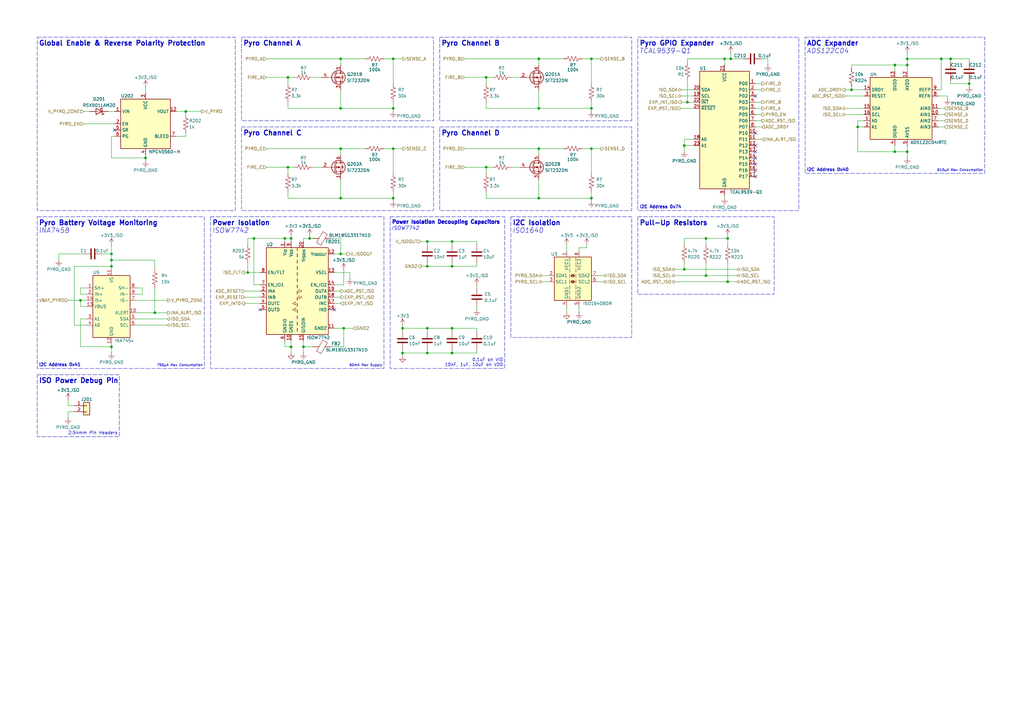
<source format=kicad_sch>
(kicad_sch (version 20231120) (generator "eeschema") (generator_version "8.0")
  (paper "A3")
  (title_block (title "MIDAS Pyro Circuitry MK2.1") (date "2025-01-16") (rev "B") (company "Illinois Space Society") (comment 3 "Samuel Wang, Ajay Nagi Reddy Kumdam, Arnav Goyal, Thomas McManamen") (comment 4 "Contributors: Dylan Gasaway, Jackie Li, Linus Mitchell, Lucas Lessard, Rithik Mehta, "))
  (lib_symbols
    (symbol "+3V3_1" (power) (pin_numbers hide) (pin_names (offset 0) hide)
      (property "Value" "+3V3_ISO" (at 0 4.445 0))
      (symbol "+3V3_1_1_1"
        (pin power_in line (at 0 0 90) (length 0) (name "~") (number "1"))
      )
    )
    (symbol "Analog_ADC_Texas:ADS122C04IRTE"
      (property "Reference" "U" (at -12.7 13.335 0))
      (property "Value" "ADS122C04IRTE" (at 5.08 -15.24 0))
      (symbol "ADS122C04IRTE_0_0"
        (pin power_in line (at 2.54 15.24 270) (length 2.54) (name "AVDD") (number "12"))
        (pin power_in line (at -2.54 15.24 270) (length 2.54) (name "DVDD") (number "13"))
        (pin output line (at -15.24 7.62 0) (length 2.54) (name "DRDY") (number "14"))
        (pin bidirectional line (at -15.24 0 0) (length 2.54) (name "SDA") (number "15"))
        (pin input line (at -15.24 -2.54 0) (length 2.54) (name "SCL") (number "16"))
        (pin input line (at -15.24 5.08 0) (length 2.54) (name "RESET") (number "3"))
        (pin power_in line (at -2.54 -15.24 90) (length 2.54) (name "DGND") (number "4"))
        (pin power_in line (at 2.54 -15.24 90) (length 2.54) (name "AVSS") (number "5"))
      )
      (symbol "ADS122C04IRTE_1_0"
        (pin input line (at -15.24 -5.08 0) (length 2.54) (name "A0") (number "1"))
        (pin input line (at 15.24 -2.54 180) (length 2.54) (name "AIN1") (number "10"))
        (pin input line (at 15.24 0 180) (length 2.54) (name "AIN0") (number "11"))
        (pin input line (at -15.24 -7.62 0) (length 2.54) (name "A1") (number "2"))
        (pin input line (at 15.24 -7.62 180) (length 2.54) (name "AIN3") (number "6"))
        (pin input line (at 15.24 -5.08 180) (length 2.54) (name "AIN2") (number "7"))
        (pin input line (at 15.24 5.08 180) (length 2.54) (name "REFN") (number "8"))
        (pin input line (at 15.24 7.62 180) (length 2.54) (name "REFP") (number "9"))
      )
      (symbol "ADS122C04IRTE_1_1"
        (pin passive line (at 2.54 -15.24 90) (length 2.54) hide (name "EP") (number "17"))
      )
    )
    (symbol "Connector_Generic:Conn_01x02" (pin_names (offset 1.016) hide)
      (property "Reference" "J" (at 0 2.54 0))
      (property "Value" "Conn_01x02" (at 0 -5.08 0))
      (symbol "Conn_01x02_1_1"
        (pin passive line (at -5.08 0 0) (length 3.81) (name "Pin_1") (number "1"))
        (pin passive line (at -5.08 -2.54 0) (length 3.81) (name "Pin_2") (number "2"))
      )
    )
    (symbol "Device:C" (pin_numbers hide) (pin_names (offset 0.254))
      (property "Reference" "C" (at 0.635 2.54 0))
      (property "Value" "C" (at 0.635 -2.54 0))
      (symbol "C_1_1"
        (pin passive line (at 0 3.81 270) (length 2.794) (name "~") (number "1"))
        (pin passive line (at 0 -3.81 90) (length 2.794) (name "~") (number "2"))
      )
    )
    (symbol "Device:D_Schottky" (pin_numbers hide) (pin_names (offset 1.016) hide)
      (property "Reference" "D" (at 0 2.54 0))
      (property "Value" "D_Schottky" (at 0 -2.54 0))
      (symbol "D_Schottky_1_1"
        (pin passive line (at -3.81 0 0) (length 2.54) (name "K") (number "1"))
        (pin passive line (at 3.81 0 180) (length 2.54) (name "A") (number "2"))
      )
    )
    (symbol "Device:FerriteBead" (pin_numbers hide) (pin_names (offset 0))
      (property "Reference" "FB" (at -3.81 0.635 90))
      (property "Value" "FerriteBead" (at 3.81 0 90))
      (symbol "FerriteBead_1_1"
        (pin passive line (at 0 3.81 270) (length 2.54) (name "~") (number "1"))
        (pin passive line (at 0 -3.81 90) (length 2.54) (name "~") (number "2"))
      )
    )
    (symbol "Device:R_US" (pin_numbers hide) (pin_names (offset 0))
      (property "Reference" "R" (at 2.54 0 90))
      (property "Value" "R_US" (at -2.54 0 90))
      (symbol "R_US_1_1"
        (pin passive line (at 0 3.81 270) (length 1.27) (name "~") (number "1"))
        (pin passive line (at 0 -3.81 90) (length 1.27) (name "~") (number "2"))
      )
    )
    (symbol "Interface_Expander_Texas:TCAL9539-Q1"
      (property "Reference" "U" (at -10.16 24.13 0))
      (property "Value" "TCAL9539-Q1" (at 10.16 24.765 0))
      (symbol "TCAL9539-Q1_1_1"
        (pin bidirectional line (at 12.7 17.78 180) (length 2.54) (name "P00") (number "1"))
        (pin bidirectional line (at 12.7 -2.54 180) (length 2.54) (name "P10") (number "10"))
        (pin bidirectional line (at 12.7 -5.08 180) (length 2.54) (name "P11") (number "11"))
        (pin bidirectional line (at 12.7 -7.62 180) (length 2.54) (name "P12") (number "12"))
        (pin bidirectional line (at 12.7 -10.16 180) (length 2.54) (name "P13") (number "13"))
        (pin bidirectional line (at 12.7 -12.7 180) (length 2.54) (name "P14") (number "14"))
        (pin bidirectional line (at 12.7 -15.24 180) (length 2.54) (name "P15") (number "15"))
        (pin bidirectional line (at 12.7 -17.78 180) (length 2.54) (name "P16") (number "16"))
        (pin bidirectional line (at 12.7 -20.32 180) (length 2.54) (name "P17") (number "17"))
        (pin input line (at -12.7 -5.08 0) (length 2.54) (name "A0") (number "18"))
        (pin input line (at -12.7 12.7 0) (length 2.54) (name "SCL") (number "19"))
        (pin bidirectional line (at 12.7 15.24 180) (length 2.54) (name "P01") (number "2"))
        (pin bidirectional line (at -12.7 15.24 0) (length 2.54) (name "SDA") (number "20"))
        (pin power_in line (at 0 25.4 270) (length 2.54) (name "VCC") (number "21"))
        (pin output line (at -12.7 10.16 0) (length 2.54) (name "~{INT}") (number "22"))
        (pin input line (at -12.7 -7.62 0) (length 2.54) (name "A1") (number "23"))
        (pin input line (at -12.7 7.62 0) (length 2.54) (name "~{RESET}") (number "24"))
        (pin passive line (at 0 -27.94 90) (length 2.54) hide (name "GND") (number "25"))
        (pin bidirectional line (at 12.7 12.7 180) (length 2.54) (name "P02") (number "3"))
        (pin input line (at 12.7 10.16 180) (length 2.54) (name "P03") (number "4"))
        (pin bidirectional line (at 12.7 7.62 180) (length 2.54) (name "P04") (number "5"))
        (pin bidirectional line (at 12.7 5.08 180) (length 2.54) (name "P05") (number "6"))
        (pin bidirectional line (at 12.7 2.54 180) (length 2.54) (name "P06") (number "7"))
        (pin bidirectional line (at 12.7 0 180) (length 2.54) (name "P07") (number "8"))
        (pin power_in line (at 0 -27.94 90) (length 2.54) (name "GND") (number "9"))
      )
    )
    (symbol "Isolator:ISOW7742"
      (property "Reference" "U" (at -10.16 19.05 0))
      (property "Value" "ISOW7742" (at 3.81 19.05 0))
      (symbol "ISOW7742_1_1"
        (pin power_in line (at -5.08 20.32 270) (length 2.54) (name "V_{IO}") (number "1"))
        (pin power_in line (at -2.54 -20.32 90) (length 2.54) (name "GND1") (number "10"))
        (pin power_out line (at 15.24 -15.24 180) (length 2.54) (name "GND2") (number "11"))
        (pin power_out line (at 15.24 15.24 180) (length 2.54) (name "V_{ISOOUT}") (number "12"))
        (pin input line (at 15.24 7.62 180) (length 2.54) (name "VSEL") (number "13"))
        (pin input line (at 15.24 2.54 180) (length 2.54) (name "EN_IO2") (number "14"))
        (pin power_in line (at 2.54 -20.32 90) (length 2.54) (name "GISOIN") (number "15"))
        (pin input line (at 15.24 -7.62 180) (length 2.54) (name "IND") (number "16"))
        (pin input line (at 15.24 -5.08 180) (length 2.54) (name "INC") (number "17"))
        (pin output line (at 15.24 -2.54 180) (length 2.54) (name "OUTB") (number "18"))
        (pin output line (at 15.24 0 180) (length 2.54) (name "OUTA") (number "19"))
        (pin input line (at -15.24 0 0) (length 2.54) (name "INA") (number "2"))
        (pin power_in line (at 2.54 20.32 270) (length 2.54) (name "V_{ISOIN}") (number "20"))
        (pin input line (at -15.24 -2.54 0) (length 2.54) (name "INB") (number "3"))
        (pin output line (at -15.24 -5.08 0) (length 2.54) (name "OUTC") (number "4"))
        (pin output line (at -15.24 -7.62 0) (length 2.54) (name "OUTD") (number "5"))
        (pin power_in line (at -5.08 -20.32 90) (length 2.54) (name "GNDIO") (number "6"))
        (pin input line (at -15.24 2.54 0) (length 2.54) (name "EN_IO1") (number "7"))
        (pin bidirectional line (at -15.24 7.62 0) (length 2.54) (name "EN/FLT") (number "8"))
        (pin power_in line (at -2.54 20.32 270) (length 2.54) (name "V_{DD}") (number "9"))
      )
    )
    (symbol "Isolator_Texas:ISO1640BDR"
      (property "Reference" "U" (at -7.62 10.16 0))
      (property "Value" "ISO1640BDR" (at 10.16 -10.16 0))
      (symbol "ISO1640BDR_1_1"
        (pin power_in line (at -2.54 11.43 270) (length 2.54) (name "VCC1") (number "1"))
        (pin bidirectional line (at -10.16 1.27 0) (length 2.54) (name "SDA1") (number "2"))
        (pin bidirectional line (at -10.16 -1.27 0) (length 2.54) (name "SCL1") (number "3"))
        (pin power_in line (at -2.54 -11.43 90) (length 2.54) (name "GND1") (number "4"))
        (pin power_in line (at 2.54 -11.43 90) (length 2.54) (name "GND2") (number "5"))
        (pin bidirectional line (at 10.16 -1.27 180) (length 2.54) (name "SCL2") (number "6"))
        (pin bidirectional line (at 10.16 1.27 180) (length 2.54) (name "SDA2") (number "7"))
        (pin power_in line (at 2.54 11.43 270) (length 2.54) (name "VCC2") (number "8"))
      )
    )
    (symbol "Power_Management:NPC45560-H"
      (property "Reference" "U1" (at 2.1941 -12.7 0))
      (property "Value" "NPC45560-H" (at 2.1941 -15.24 0))
      (symbol "NPC45560-H_1_1"
        (pin power_in line (at -12.7 5.08 0) (length 2.54) (name "VIN") (number "1"))
        (pin passive line (at 12.7 5.08 180) (length 2.54) hide (name "VOUT") (number "10"))
        (pin passive line (at 12.7 5.08 180) (length 2.54) hide (name "VOUT") (number "11"))
        (pin power_out line (at 12.7 5.08 180) (length 2.54) (name "VOUT") (number "12"))
        (pin passive line (at -12.7 5.08 0) (length 2.54) hide (name "VIN") (number "13"))
        (pin input line (at -12.7 0 0) (length 2.54) (name "EN") (number "2"))
        (pin power_in line (at 0 12.7 270) (length 2.54) (name "VCC") (number "3"))
        (pin power_in line (at 0 -12.7 90) (length 2.54) (name "GND") (number "4"))
        (pin input line (at -12.7 -2.54 0) (length 2.54) (name "SR") (number "5"))
        (pin open_collector line (at -12.7 -5.08 0) (length 2.54) (name "PG") (number "6"))
        (pin input line (at 12.7 -5.08 180) (length 2.54) (name "BLEED") (number "7"))
        (pin passive line (at 12.7 5.08 180) (length 2.54) hide (name "VOUT") (number "8"))
        (pin passive line (at 12.7 5.08 180) (length 2.54) hide (name "VOUT") (number "9"))
      )
    )
    (symbol "Sensor_Power_Texas:INA745x"
      (property "Reference" "U" (at -7.112 13.97 0))
      (property "Value" "INA745x" (at 5.08 -13.97 0))
      (symbol "INA745x_1_1"
        (pin output line (at -10.16 7.62 0) (length 2.54) (name "SH+") (number "1"))
        (pin output line (at 10.16 -2.54 180) (length 2.54) (name "ALERT") (number "10"))
        (pin power_in line (at 0 15.24 270) (length 2.54) (name "VS") (number "11"))
        (pin power_out line (at 0 -15.24 90) (length 2.54) (name "GND") (number "12"))
        (pin input line (at -10.16 0 0) (length 2.54) (name "VBUS") (number "13"))
        (pin input line (at -10.16 2.54 0) (length 2.54) (name "IS+") (number "14"))
        (pin input line (at -10.16 5.08 0) (length 2.54) (name "IN+") (number "2"))
        (pin input line (at -10.16 -5.08 0) (length 2.54) (name "A1") (number "3"))
        (pin input line (at -10.16 -7.62 0) (length 2.54) (name "A0") (number "4"))
        (pin bidirectional line (at 10.16 -5.08 180) (length 2.54) (name "SDA") (number "5"))
        (pin input line (at 10.16 -7.62 180) (length 2.54) (name "SCL") (number "6"))
        (pin input line (at 10.16 2.54 180) (length 2.54) (name "IS-") (number "7"))
        (pin output line (at 10.16 7.62 180) (length 2.54) (name "SH-") (number "8"))
        (pin input line (at 10.16 5.08 180) (length 2.54) (name "IN-") (number "9"))
      )
    )
    (symbol "Transistor_FET_Vishay:Si7232DN" (pin_names hide)
      (property "Reference" "Q" (at 2.54 -1.27 0))
      (property "Value" "Si7232DN" (at 2.54 1.27 0))
      (symbol "Si7232DN_1_0"
        (pin passive line (at 0 -5.08 90) (length 2.54) (name "S1") (number "1"))
        (pin input line (at -7.62 0 0) (length 2.54) (name "G1") (number "2"))
        (pin passive line (at 0 5.08 270) (length 2.54) (name "D1") (number "6"))
      )
      (symbol "Si7232DN_2_0"
        (pin passive line (at 0 -5.08 90) (length 2.54) (name "S2") (number "3"))
        (pin input line (at -7.62 0 0) (length 2.54) (name "G2") (number "4"))
        (pin passive line (at 0 5.08 270) (length 2.54) (name "D2") (number "5"))
      )
    )
    (symbol "power:+3V3" (power) (pin_names (offset 0))
      (property "Value" "+3V3" (at 0 3.556 0))
      (symbol "+3V3_1_1"
        (pin power_in line (at 0 0 90) (length 0) hide (name "+3V3") (number "1"))
      )
    )
    (symbol "power:Earth" (power) (pin_numbers hide) (pin_names (offset 0) hide)
      (property "Value" "Earth" (at 0 -3.81 0))
      (symbol "Earth_1_1"
        (pin power_in line (at 0 0 270) (length 0) (name "~") (number "1"))
      )
    )
    (symbol "power:GND" (power) (pin_names (offset 0))
      (property "Value" "GND" (at 0 -3.81 0))
      (symbol "GND_1_1"
        (pin power_in line (at 0 0 270) (length 0) hide (name "GND") (number "1"))
      )
    )
  )
  (junction (at 165.1 144.78))
  (junction (at 45.72 104.14))
  (junction (at 118.11 31.75))
  (junction (at 242.57 24.13))
  (junction (at 175.26 144.78))
  (junction (at 372.11 62.23))
  (junction (at 242.57 44.45))
  (junction (at 161.29 60.96))
  (junction (at 220.98 24.13))
  (junction (at 63.5 128.27))
  (junction (at 185.42 144.78))
  (junction (at 161.29 44.45))
  (junction (at 139.7 24.13))
  (junction (at 175.26 109.22))
  (junction (at 289.56 113.03))
  (junction (at 386.08 24.13))
  (junction (at 118.11 68.58))
  (junction (at 119.38 97.79))
  (junction (at 220.98 44.45))
  (junction (at 367.03 62.23))
  (junction (at 161.29 81.28))
  (junction (at 367.03 26.67))
  (junction (at 139.7 81.28))
  (junction (at 33.02 123.19))
  (junction (at 298.45 97.79))
  (junction (at 165.1 134.62))
  (junction (at 175.26 99.06))
  (junction (at 349.25 36.83))
  (junction (at 351.79 52.07))
  (junction (at 298.45 115.57))
  (junction (at 220.98 81.28))
  (junction (at 372.11 24.13))
  (junction (at 116.84 97.79))
  (junction (at 185.42 134.62))
  (junction (at 175.26 134.62))
  (junction (at 199.39 31.75))
  (junction (at 299.72 24.13))
  (junction (at 281.94 41.91))
  (junction (at 372.11 26.67))
  (junction (at 45.72 142.24))
  (junction (at 199.39 68.58))
  (junction (at 104.14 97.79))
  (junction (at 45.72 109.22))
  (junction (at 45.72 106.68))
  (junction (at 185.42 109.22))
  (junction (at 297.18 24.13))
  (junction (at 127 97.79))
  (junction (at 242.57 81.28))
  (junction (at 389.89 24.13))
  (junction (at 139.7 104.14))
  (junction (at 280.67 59.69))
  (junction (at 242.57 60.96))
  (junction (at 119.38 142.24))
  (junction (at 161.29 24.13))
  (junction (at 139.7 44.45))
  (junction (at 139.7 60.96))
  (junction (at 185.42 99.06))
  (junction (at 397.51 34.29))
  (junction (at 124.46 142.24))
  (junction (at 280.67 110.49))
  (junction (at 289.56 97.79))
  (junction (at 59.69 64.77))
  (junction (at 220.98 60.96))
  (junction (at 140.97 134.62))
  (junction (at 76.2 45.72))
  (junction (at 101.6 111.76))
  (no_connect (at 309.88 62.23))
  (no_connect (at 309.88 39.37))
  (no_connect (at 309.88 72.39))
  (no_connect (at 309.88 64.77))
  (no_connect (at 309.88 54.61))
  (no_connect (at 309.88 59.69))
  (no_connect (at 46.99 53.34))
  (no_connect (at 309.88 69.85))
  (no_connect (at 309.88 67.31))
  (no_connect (at 106.68 127))
  (no_connect (at 137.16 127))
  (wire (pts (xy 33.02 120.65) (xy 35.56 120.65)))
  (wire (pts (xy 389.89 33.02) (xy 389.89 34.29)))
  (wire (pts (xy 100.33 121.92) (xy 106.68 121.92)))
  (wire (pts (xy 299.72 24.13) (xy 304.8 24.13)))
  (wire (pts (xy 157.48 60.96) (xy 161.29 60.96)))
  (wire (pts (xy 139.7 24.13) (xy 149.86 24.13)))
  (wire (pts (xy 220.98 24.13) (xy 231.14 24.13)))
  (wire (pts (xy 280.67 59.69) (xy 284.48 59.69)))
  (wire (pts (xy 55.88 128.27) (xy 63.5 128.27)))
  (wire (pts (xy 190.5 24.13) (xy 220.98 24.13)))
  (wire (pts (xy 372.11 59.69) (xy 372.11 62.23)))
  (wire (pts (xy 45.72 100.33) (xy 45.72 104.14)))
  (wire (pts (xy 185.42 107.95) (xy 185.42 109.22)))
  (wire (pts (xy 220.98 60.96) (xy 220.98 63.5)))
  (wire (pts (xy 175.26 134.62) (xy 185.42 134.62)))
  (wire (pts (xy 27.94 166.37) (xy 27.94 163.83)))
  (wire (pts (xy 101.6 100.33) (xy 101.6 97.79)))
  (wire (pts (xy 384.81 44.45) (xy 387.35 44.45)))
  (wire (pts (xy 100.33 119.38) (xy 106.68 119.38)))
  (wire (pts (xy 137.16 121.92) (xy 139.7 121.92)))
  (wire (pts (xy 299.72 21.59) (xy 299.72 24.13)))
  (wire (pts (xy 137.16 116.84) (xy 140.97 116.84)))
  (wire (pts (xy 195.58 134.62) (xy 195.58 135.89)))
  (wire (pts (xy 30.48 109.22) (xy 30.48 133.35)))
  (wire (pts (xy 279.4 44.45) (xy 284.48 44.45)))
  (wire (pts (xy 55.88 130.81) (xy 68.58 130.81)))
  (wire (pts (xy 314.96 24.13) (xy 312.42 24.13)))
  (wire (pts (xy 161.29 78.74) (xy 161.29 81.28)))
  (wire (pts (xy 372.11 24.13) (xy 372.11 26.67)))
  (wire (pts (xy 118.11 31.75) (xy 118.11 34.29)))
  (wire (pts (xy 367.03 26.67) (xy 367.03 29.21)))
  (wire (pts (xy 281.94 24.13) (xy 297.18 24.13)))
  (wire (pts (xy 201.93 68.58) (xy 199.39 68.58)))
  (wire (pts (xy 246.38 24.13) (xy 242.57 24.13)))
  (wire (pts (xy 33.02 125.73) (xy 33.02 123.19)))
  (wire (pts (xy 397.51 34.29) (xy 397.51 33.02)))
  (wire (pts (xy 72.39 45.72) (xy 76.2 45.72)))
  (wire (pts (xy 135.89 97.79) (xy 139.7 97.79)))
  (wire (pts (xy 109.22 31.75) (xy 118.11 31.75)))
  (wire (pts (xy 276.86 110.49) (xy 280.67 110.49)))
  (wire (pts (xy 185.42 99.06) (xy 195.58 99.06)))
  (wire (pts (xy 238.76 60.96) (xy 242.57 60.96)))
  (wire (pts (xy 35.56 118.11) (xy 33.02 118.11)))
  (wire (pts (xy 137.16 134.62) (xy 140.97 134.62)))
  (wire (pts (xy 199.39 81.28) (xy 220.98 81.28)))
  (wire (pts (xy 245.11 113.03) (xy 247.65 113.03)))
  (wire (pts (xy 172.72 109.22) (xy 175.26 109.22)))
  (wire (pts (xy 242.57 60.96) (xy 242.57 71.12)))
  (wire (pts (xy 139.7 104.14) (xy 142.24 104.14)))
  (wire (pts (xy 222.25 113.03) (xy 224.79 113.03)))
  (wire (pts (xy 76.2 45.72) (xy 76.2 46.99)))
  (wire (pts (xy 280.67 100.33) (xy 280.67 97.79)))
  (wire (pts (xy 276.86 115.57) (xy 298.45 115.57)))
  (wire (pts (xy 104.14 97.79) (xy 116.84 97.79)))
  (wire (pts (xy 165.1 24.13) (xy 161.29 24.13)))
  (wire (pts (xy 389.89 34.29) (xy 397.51 34.29)))
  (wire (pts (xy 63.5 118.11) (xy 63.5 128.27)))
  (wire (pts (xy 118.11 81.28) (xy 139.7 81.28)))
  (wire (pts (xy 33.02 118.11) (xy 33.02 120.65)))
  (wire (pts (xy 281.94 41.91) (xy 284.48 41.91)))
  (wire (pts (xy 185.42 109.22) (xy 195.58 109.22)))
  (wire (pts (xy 384.81 46.99) (xy 387.35 46.99)))
  (wire (pts (xy 209.55 68.58) (xy 213.36 68.58)))
  (wire (pts (xy 276.86 113.03) (xy 289.56 113.03)))
  (wire (pts (xy 367.03 62.23) (xy 367.03 59.69)))
  (wire (pts (xy 199.39 81.28) (xy 199.39 78.74)))
  (wire (pts (xy 220.98 81.28) (xy 220.98 73.66)))
  (wire (pts (xy 185.42 144.78) (xy 195.58 144.78)))
  (wire (pts (xy 297.18 24.13) (xy 299.72 24.13)))
  (wire (pts (xy 104.14 116.84) (xy 104.14 97.79)))
  (wire (pts (xy 119.38 97.79) (xy 119.38 99.06)))
  (wire (pts (xy 289.56 97.79) (xy 298.45 97.79)))
  (wire (pts (xy 185.42 134.62) (xy 185.42 135.89)))
  (wire (pts (xy 137.16 119.38) (xy 139.7 119.38)))
  (wire (pts (xy 124.46 142.24) (xy 124.46 139.7)))
  (wire (pts (xy 27.94 168.91) (xy 30.48 168.91)))
  (wire (pts (xy 55.88 133.35) (xy 68.58 133.35)))
  (wire (pts (xy 386.08 24.13) (xy 372.11 24.13)))
  (wire (pts (xy 139.7 81.28) (xy 139.7 73.66)))
  (wire (pts (xy 139.7 60.96) (xy 139.7 63.5)))
  (wire (pts (xy 372.11 62.23) (xy 372.11 64.77)))
  (wire (pts (xy 201.93 31.75) (xy 199.39 31.75)))
  (wire (pts (xy 279.4 39.37) (xy 284.48 39.37)))
  (wire (pts (xy 45.72 64.77) (xy 59.69 64.77)))
  (wire (pts (xy 384.81 36.83) (xy 386.08 36.83)))
  (wire (pts (xy 157.48 24.13) (xy 161.29 24.13)))
  (wire (pts (xy 119.38 96.52) (xy 119.38 97.79)))
  (wire (pts (xy 281.94 33.02) (xy 281.94 41.91)))
  (wire (pts (xy 118.11 81.28) (xy 118.11 78.74)))
  (wire (pts (xy 109.22 24.13) (xy 139.7 24.13)))
  (wire (pts (xy 195.58 127) (xy 195.58 125.73)))
  (wire (pts (xy 34.29 50.8) (xy 46.99 50.8)))
  (wire (pts (xy 349.25 35.56) (xy 349.25 36.83)))
  (wire (pts (xy 175.26 99.06) (xy 185.42 99.06)))
  (wire (pts (xy 33.02 130.81) (xy 33.02 142.24)))
  (wire (pts (xy 309.88 34.29) (xy 312.42 34.29)))
  (wire (pts (xy 190.5 31.75) (xy 199.39 31.75)))
  (wire (pts (xy 354.33 49.53) (xy 351.79 49.53)))
  (wire (pts (xy 59.69 64.77) (xy 59.69 66.04)))
  (wire (pts (xy 165.1 60.96) (xy 161.29 60.96)))
  (wire (pts (xy 109.22 60.96) (xy 139.7 60.96)))
  (wire (pts (xy 384.81 39.37) (xy 388.62 39.37)))
  (wire (pts (xy 232.41 100.33) (xy 232.41 102.87)))
  (wire (pts (xy 222.25 115.57) (xy 224.79 115.57)))
  (wire (pts (xy 100.33 124.46) (xy 106.68 124.46)))
  (wire (pts (xy 195.58 109.22) (xy 195.58 107.95)))
  (wire (pts (xy 297.18 24.13) (xy 297.18 26.67)))
  (wire (pts (xy 298.45 97.79) (xy 298.45 100.33)))
  (wire (pts (xy 109.22 68.58) (xy 118.11 68.58)))
  (wire (pts (xy 139.7 44.45) (xy 161.29 44.45)))
  (wire (pts (xy 384.81 52.07) (xy 387.35 52.07)))
  (wire (pts (xy 124.46 97.79) (xy 124.46 99.06)))
  (wire (pts (xy 100.33 111.76) (xy 101.6 111.76)))
  (wire (pts (xy 128.27 31.75) (xy 132.08 31.75)))
  (wire (pts (xy 199.39 44.45) (xy 199.39 41.91)))
  (wire (pts (xy 281.94 24.13) (xy 281.94 25.4)))
  (wire (pts (xy 116.84 97.79) (xy 116.84 99.06)))
  (wire (pts (xy 140.97 134.62) (xy 144.78 134.62)))
  (wire (pts (xy 124.46 142.24) (xy 124.46 144.78)))
  (wire (pts (xy 367.03 26.67) (xy 372.11 26.67)))
  (wire (pts (xy 58.42 118.11) (xy 58.42 120.65)))
  (wire (pts (xy 367.03 62.23) (xy 372.11 62.23)))
  (wire (pts (xy 280.67 110.49) (xy 302.26 110.49)))
  (wire (pts (xy 165.1 134.62) (xy 165.1 135.89)))
  (wire (pts (xy 397.51 24.13) (xy 389.89 24.13)))
  (wire (pts (xy 346.71 39.37) (xy 354.33 39.37)))
  (wire (pts (xy 24.13 104.14) (xy 24.13 106.68)))
  (wire (pts (xy 240.665 101.6) (xy 237.49 101.6)))
  (wire (pts (xy 195.58 99.06) (xy 195.58 100.33)))
  (wire (pts (xy 297.18 81.28) (xy 297.18 80.01)))
  (wire (pts (xy 242.57 44.45) (xy 242.57 45.72)))
  (wire (pts (xy 165.1 133.35) (xy 165.1 134.62)))
  (wire (pts (xy 220.98 24.13) (xy 220.98 26.67)))
  (wire (pts (xy 116.84 142.24) (xy 116.84 139.7)))
  (wire (pts (xy 120.65 68.58) (xy 118.11 68.58)))
  (wire (pts (xy 165.1 144.78) (xy 165.1 143.51)))
  (wire (pts (xy 185.42 134.62) (xy 195.58 134.62)))
  (wire (pts (xy 346.71 46.99) (xy 354.33 46.99)))
  (wire (pts (xy 237.49 125.73) (xy 237.49 128.27)))
  (wire (pts (xy 128.27 68.58) (xy 132.08 68.58)))
  (wire (pts (xy 30.48 133.35) (xy 35.56 133.35)))
  (wire (pts (xy 55.88 120.65) (xy 58.42 120.65)))
  (wire (pts (xy 240.665 101.6) (xy 240.665 100.33)))
  (wire (pts (xy 175.26 144.78) (xy 185.42 144.78)))
  (wire (pts (xy 120.65 31.75) (xy 118.11 31.75)))
  (wire (pts (xy 280.67 57.15) (xy 280.67 59.69)))
  (wire (pts (xy 27.94 123.19) (xy 33.02 123.19)))
  (wire (pts (xy 55.88 123.19) (xy 68.58 123.19)))
  (wire (pts (xy 289.56 97.79) (xy 280.67 97.79)))
  (wire (pts (xy 45.72 142.24) (xy 45.72 144.78)))
  (wire (pts (xy 45.72 55.88) (xy 46.99 55.88)))
  (wire (pts (xy 242.57 24.13) (xy 242.57 34.29)))
  (wire (pts (xy 246.38 60.96) (xy 242.57 60.96)))
  (wire (pts (xy 298.45 107.95) (xy 298.45 115.57)))
  (wire (pts (xy 116.84 142.24) (xy 119.38 142.24)))
  (wire (pts (xy 45.72 140.97) (xy 45.72 142.24)))
  (wire (pts (xy 175.26 99.06) (xy 175.26 100.33)))
  (wire (pts (xy 161.29 81.28) (xy 161.29 82.55)))
  (wire (pts (xy 24.13 104.14) (xy 34.29 104.14)))
  (wire (pts (xy 190.5 60.96) (xy 220.98 60.96)))
  (wire (pts (xy 397.51 25.4) (xy 397.51 24.13)))
  (wire (pts (xy 33.02 142.24) (xy 45.72 142.24)))
  (wire (pts (xy 63.5 128.27) (xy 68.58 128.27)))
  (wire (pts (xy 137.16 124.46) (xy 139.7 124.46)))
  (wire (pts (xy 165.1 144.78) (xy 175.26 144.78)))
  (wire (pts (xy 175.26 144.78) (xy 175.26 143.51)))
  (wire (pts (xy 45.72 106.68) (xy 45.72 109.22)))
  (wire (pts (xy 101.6 97.79) (xy 104.14 97.79)))
  (wire (pts (xy 389.89 24.13) (xy 389.89 25.4)))
  (wire (pts (xy 238.76 24.13) (xy 242.57 24.13)))
  (wire (pts (xy 309.88 46.99) (xy 312.42 46.99)))
  (wire (pts (xy 59.69 35.56) (xy 59.69 38.1)))
  (wire (pts (xy 386.08 36.83) (xy 386.08 24.13)))
  (wire (pts (xy 309.88 57.15) (xy 312.42 57.15)))
  (wire (pts (xy 195.58 116.84) (xy 195.58 118.11)))
  (wire (pts (xy 143.51 111.76) (xy 143.51 114.3)))
  (wire (pts (xy 209.55 31.75) (xy 213.36 31.75)))
  (wire (pts (xy 195.58 144.78) (xy 195.58 143.51)))
  (wire (pts (xy 349.25 26.67) (xy 349.25 27.94)))
  (wire (pts (xy 175.26 109.22) (xy 185.42 109.22)))
  (wire (pts (xy 175.26 109.22) (xy 175.26 107.95)))
  (wire (pts (xy 309.88 44.45) (xy 312.42 44.45)))
  (wire (pts (xy 386.08 24.13) (xy 389.89 24.13)))
  (wire (pts (xy 346.71 44.45) (xy 354.33 44.45)))
  (wire (pts (xy 289.56 113.03) (xy 302.26 113.03)))
  (wire (pts (xy 33.02 123.19) (xy 35.56 123.19)))
  (wire (pts (xy 139.7 24.13) (xy 139.7 26.67)))
  (wire (pts (xy 35.56 125.73) (xy 33.02 125.73)))
  (wire (pts (xy 351.79 52.07) (xy 354.33 52.07)))
  (wire (pts (xy 140.97 110.49) (xy 140.97 116.84)))
  (wire (pts (xy 45.72 109.22) (xy 45.72 110.49)))
  (wire (pts (xy 127 97.79) (xy 128.27 97.79)))
  (wire (pts (xy 289.56 97.79) (xy 289.56 100.33)))
  (wire (pts (xy 351.79 62.23) (xy 367.03 62.23)))
  (wire (pts (xy 237.49 101.6) (xy 237.49 102.87)))
  (wire (pts (xy 185.42 99.06) (xy 185.42 100.33)))
  (wire (pts (xy 199.39 31.75) (xy 199.39 34.29)))
  (wire (pts (xy 298.45 96.52) (xy 298.45 97.79)))
  (wire (pts (xy 124.46 97.79) (xy 127 97.79)))
  (wire (pts (xy 232.41 128.27) (xy 232.41 125.73)))
  (wire (pts (xy 59.69 63.5) (xy 59.69 64.77)))
  (wire (pts (xy 185.42 144.78) (xy 185.42 143.51)))
  (wire (pts (xy 137.16 111.76) (xy 143.51 111.76)))
  (wire (pts (xy 242.57 81.28) (xy 242.57 82.55)))
  (wire (pts (xy 139.7 97.79) (xy 139.7 104.14)))
  (wire (pts (xy 116.84 97.79) (xy 119.38 97.79)))
  (wire (pts (xy 101.6 107.95) (xy 101.6 111.76)))
  (wire (pts (xy 172.72 99.06) (xy 175.26 99.06)))
  (wire (pts (xy 220.98 60.96) (xy 231.14 60.96)))
  (wire (pts (xy 118.11 68.58) (xy 118.11 71.12)))
  (wire (pts (xy 161.29 45.72) (xy 161.29 44.45)))
  (wire (pts (xy 161.29 60.96) (xy 161.29 71.12)))
  (wire (pts (xy 175.26 134.62) (xy 175.26 135.89)))
  (wire (pts (xy 199.39 44.45) (xy 220.98 44.45)))
  (wire (pts (xy 137.16 104.14) (xy 139.7 104.14)))
  (wire (pts (xy 139.7 60.96) (xy 149.86 60.96)))
  (wire (pts (xy 220.98 44.45) (xy 220.98 36.83)))
  (wire (pts (xy 165.1 134.62) (xy 175.26 134.62)))
  (wire (pts (xy 309.88 36.83) (xy 312.42 36.83)))
  (wire (pts (xy 139.7 44.45) (xy 139.7 36.83)))
  (wire (pts (xy 161.29 24.13) (xy 161.29 34.29)))
  (wire (pts (xy 242.57 41.91) (xy 242.57 44.45)))
  (wire (pts (xy 106.68 116.84) (xy 104.14 116.84)))
  (wire (pts (xy 76.2 45.72) (xy 82.55 45.72)))
  (wire (pts (xy 279.4 36.83) (xy 284.48 36.83)))
  (wire (pts (xy 44.45 45.72) (xy 46.99 45.72)))
  (wire (pts (xy 280.67 107.95) (xy 280.67 110.49)))
  (wire (pts (xy 199.39 68.58) (xy 199.39 71.12)))
  (wire (pts (xy 63.5 106.68) (xy 45.72 106.68)))
  (wire (pts (xy 41.91 104.14) (xy 45.72 104.14)))
  (wire (pts (xy 55.88 118.11) (xy 58.42 118.11)))
  (wire (pts (xy 384.81 49.53) (xy 387.35 49.53)))
  (wire (pts (xy 127 96.52) (xy 127 97.79)))
  (wire (pts (xy 351.79 49.53) (xy 351.79 52.07)))
  (wire (pts (xy 140.97 134.62) (xy 140.97 142.24)))
  (wire (pts (xy 118.11 44.45) (xy 139.7 44.45)))
  (wire (pts (xy 45.72 55.88) (xy 45.72 64.77)))
  (wire (pts (xy 220.98 81.28) (xy 242.57 81.28)))
  (wire (pts (xy 190.5 68.58) (xy 199.39 68.58)))
  (wire (pts (xy 312.42 41.91) (xy 309.88 41.91)))
  (wire (pts (xy 314.96 24.13) (xy 314.96 26.67)))
  (wire (pts (xy 165.1 146.05) (xy 165.1 144.78)))
  (wire (pts (xy 33.02 130.81) (xy 35.56 130.81)))
  (wire (pts (xy 388.62 40.64) (xy 388.62 39.37)))
  (wire (pts (xy 135.89 142.24) (xy 140.97 142.24)))
  (wire (pts (xy 34.29 45.72) (xy 36.83 45.72)))
  (wire (pts (xy 280.67 59.69) (xy 280.67 62.23)))
  (wire (pts (xy 289.56 107.95) (xy 289.56 113.03)))
  (wire (pts (xy 351.79 52.07) (xy 351.79 62.23)))
  (wire (pts (xy 128.27 142.24) (xy 124.46 142.24)))
  (wire (pts (xy 118.11 44.45) (xy 118.11 41.91)))
  (wire (pts (xy 119.38 144.78) (xy 119.38 142.24)))
  (wire (pts (xy 298.45 115.57) (xy 302.26 115.57)))
  (wire (pts (xy 119.38 139.7) (xy 119.38 142.24)))
  (wire (pts (xy 45.72 104.14) (xy 45.72 106.68)))
  (wire (pts (xy 349.25 36.83) (xy 354.33 36.83)))
  (wire (pts (xy 30.48 109.22) (xy 45.72 109.22)))
  (wire (pts (xy 220.98 44.45) (xy 242.57 44.45)))
  (wire (pts (xy 309.88 52.07) (xy 312.42 52.07)))
  (wire (pts (xy 349.25 26.67) (xy 367.03 26.67)))
  (wire (pts (xy 72.39 55.88) (xy 76.2 55.88)))
  (wire (pts (xy 372.11 26.67) (xy 372.11 29.21)))
  (wire (pts (xy 284.48 57.15) (xy 280.67 57.15)))
  (wire (pts (xy 242.57 78.74) (xy 242.57 81.28)))
  (wire (pts (xy 372.11 21.59) (xy 372.11 24.13)))
  (wire (pts (xy 139.7 81.28) (xy 161.29 81.28)))
  (wire (pts (xy 76.2 55.88) (xy 76.2 54.61)))
  (wire (pts (xy 63.5 110.49) (xy 63.5 106.68)))
  (wire (pts (xy 397.51 34.29) (xy 397.51 35.56)))
  (wire (pts (xy 27.94 171.45) (xy 27.94 168.91)))
  (wire (pts (xy 309.88 49.53) (xy 312.42 49.53)))
  (wire (pts (xy 161.29 41.91) (xy 161.29 44.45)))
  (wire (pts (xy 279.4 41.91) (xy 281.94 41.91)))
  (wire (pts (xy 245.11 115.57) (xy 247.65 115.57)))
  (wire (pts (xy 101.6 111.76) (xy 106.68 111.76)))
  (wire (pts (xy 30.48 166.37) (xy 27.94 166.37)))
  (wire (pts (xy 346.71 36.83) (xy 349.25 36.83)))
  (rectangle (start 15.24 15.24) (end 96.52 86.36) (stroke (width 0) (type dash)))
  (rectangle (start 86.36 88.9) (end 157.48 151.13) (stroke (width 0) (type dash)))
  (rectangle (start 330.2 15.24) (end 403.86 71.12) (stroke (width 0) (type dash)))
  (rectangle (start 261.62 88.9) (end 317.5 120.65) (stroke (width 0) (type dash)))
  (rectangle (start 209.55 88.9) (end 259.08 138.43) (stroke (width 0) (type dash)))
  (rectangle (start 99.06 15.24) (end 177.8 49.53) (stroke (width 0) (type dash)))
  (rectangle (start 15.24 153.67) (end 48.895 179.07) (stroke (width 0) (type dash)))
  (rectangle (start 180.34 15.24) (end 259.08 49.53) (stroke (width 0) (type dash)))
  (rectangle (start 160.02 88.9) (end 207.01 151.13) (stroke (width 0) (type dash)))
  (rectangle (start 180.34 52.07) (end 259.08 86.36) (stroke (width 0) (type dash)))
  (rectangle (start 261.62 15.24) (end 327.66 86.36) (stroke (width 0) (type dash)))
  (rectangle (start 99.06 52.07) (end 177.8 86.36) (stroke (width 0) (type dash)))
  (rectangle (start 15.24 88.9) (end 83.82 151.13) (stroke (width 0) (type dash)))
  (text "INA745B\n" (at 15.875 95.885 0) (effects (font (size 2 2) (italic yes)) (justify left bottom)))
  (text "Pyro Channel D" (at 180.975 55.88 0) (effects (font (size 2 2) (thickness 0.4) (bold yes)) (justify left bottom)))
  (text "ADC Expander" (at 330.835 19.05 0) (effects (font (size 2 2) (thickness 0.4) (bold yes)) (justify left bottom)))
  (text "ISO1640" (at 210.185 95.885 0) (effects (font (size 2 2) (italic yes)) (justify left bottom)))
  (text "ISO Power Debug Pin\n\n" (at 15.875 160.655 0) (effects (font (size 2 2) (thickness 0.4) (bold yes)) (justify left bottom)))
  (text "0.1uF on VIO\n10nF, 1uF, 10uF on VDD" (at 206.375 150.495 0) (effects (font (size 1.27 1.27)) (justify right bottom)))
  (text "Pyro Channel C" (at 99.695 55.88 0) (effects (font (size 2 2) (thickness 0.4) (bold yes)) (justify left bottom)))
  (text "60mA Max Supply" (at 156.845 150.495 0) (effects (font (size 1 1) (italic yes)) (justify right bottom)))
  (text "Global Enable & Reverse Polarity Protection" (at 15.875 19.05 0) (effects (font (size 2 2) (thickness 0.4) (bold yes)) (justify left bottom)))
  (text "Power Isolation\n" (at 86.995 92.71 0) (effects (font (size 2 2) (thickness 0.4) (bold yes)) (justify left bottom)))
  (text "Pull-Up Resistors" (at 262.255 92.71 0) (effects (font (size 2 2) (thickness 0.4) (bold yes)) (justify left bottom)))
  (text "TCAL9539-Q1\n" (at 262.255 22.225 0) (effects (font (size 2 2) (italic yes)) (justify left bottom)))
  (text "Pyro GPIO Expander\n" (at 262.255 19.05 0) (effects (font (size 2 2) (thickness 0.4) (bold yes)) (justify left bottom)))
  (text "2.54mm Pin Headers" (at 48.26 178.435 0) (effects (font (size 1.27 1.27) (italic yes)) (justify right bottom)))
  (text "Pyro Channel A" (at 99.695 19.05 0) (effects (font (size 2 2) (thickness 0.4) (bold yes)) (justify left bottom)))
  (text "ADS122C04" (at 330.835 22.225 0) (effects (font (size 2 2) (italic yes)) (justify left bottom)))
  (text "I2C Address 0x74\n" (at 262.255 85.725 0) (effects (font (size 1.27 1.27) (thickness 0.254) (bold yes)) (justify left bottom)))
  (text "ISOW7742\n" (at 86.995 95.885 0) (effects (font (size 2 2) (italic yes)) (justify left bottom)))
  (text "ISOW7742\n" (at 160.655 94.615 0) (effects (font (size 1.5 1.5) (italic yes)) (justify left bottom)))
  (text "Pyro Battery Voltage Monitoring" (at 15.875 92.71 0) (effects (font (size 2 2) (thickness 0.4) (bold yes)) (justify left bottom)))
  (text "Pyro Channel B" (at 180.975 19.05 0) (effects (font (size 2 2) (thickness 0.4) (bold yes)) (justify left bottom)))
  (text "I2C Address 0x41\n" (at 15.875 150.495 0) (effects (font (size 1.27 1.27) (thickness 0.254) (bold yes)) (justify left bottom)))
  (text "I2C Isolation\n" (at 210.185 92.71 0) (effects (font (size 2 2) (thickness 0.4) (bold yes)) (justify left bottom)))
  (text "610µA Max Consumption" (at 403.225 70.485 0) (effects (font (size 1 1) (italic yes)) (justify right bottom)))
  (text "I2C Address 0x40" (at 330.835 70.485 0) (effects (font (size 1.27 1.27) (thickness 0.254) (bold yes)) (justify left bottom)))
  (text "Power Isolation Decoupling Capacitors\n" (at 160.655 92.075 0) (effects (font (size 1.5 1.5) (thickness 0.4) (bold yes)) (justify left bottom)))
  (text "750µA Max Consumption" (at 83.185 150.495 0) (effects (font (size 1 1) (italic yes)) (justify right bottom)))
  (hierarchical_label "ADC_DRDY" (shape output) (at 346.71 36.83 180))
  (hierarchical_label "VBAT_PYRO" (shape input) (at 27.94 123.19 180))
  (hierarchical_label "V_PYRO_ZONE" (shape output) (at 68.58 123.19 0))
  (hierarchical_label "ISO_SCL" (shape bidirectional) (at 346.71 46.99 180))
  (hierarchical_label "SENSE_A" (shape output) (at 165.1 24.13 0))
  (hierarchical_label "PYRO_EN" (shape output) (at 312.42 46.99 0))
  (hierarchical_label "SENSE_C" (shape output) (at 165.1 60.96 0))
  (hierarchical_label "ISO_SCL" (shape bidirectional) (at 276.86 113.03 180))
  (hierarchical_label "ISO_SDA" (shape bidirectional) (at 346.71 44.45 180))
  (hierarchical_label "PYRO_SCL" (shape bidirectional) (at 222.25 115.57 180))
  (hierarchical_label "ISO_SCL" (shape bidirectional) (at 68.58 133.35 0))
  (hierarchical_label "PYRO_EN" (shape input) (at 34.29 50.8 180))
  (hierarchical_label "ADC_DRDY" (shape input) (at 312.42 52.07 0))
  (hierarchical_label "ISO_SDA" (shape bidirectional) (at 247.65 113.03 0))
  (hierarchical_label "GND2" (shape input) (at 144.78 134.62 0))
  (hierarchical_label "FIRE_A" (shape input) (at 109.22 31.75 180))
  (hierarchical_label "GND2" (shape output) (at 172.72 109.22 180))
  (hierarchical_label "V_ISOOUT" (shape output) (at 142.24 104.14 0))
  (hierarchical_label "SENSE_D" (shape output) (at 246.38 60.96 0))
  (hierarchical_label "ISO_FLT" (shape output) (at 100.33 111.76 180))
  (hierarchical_label "FIRE_C" (shape output) (at 312.42 36.83 0))
  (hierarchical_label "EXP_RST_ISO" (shape output) (at 139.7 121.92 0))
  (hierarchical_label "ADC_RST_ISO" (shape bidirectional) (at 302.26 115.57 0))
  (hierarchical_label "ISO_SDA" (shape bidirectional) (at 302.26 110.49 0))
  (hierarchical_label "ADC_RESET" (shape input) (at 100.33 119.38 180))
  (hierarchical_label "ADC_RST_ISO" (shape output) (at 312.42 49.53 0))
  (hierarchical_label "PYRO_B" (shape input) (at 190.5 24.13 180))
  (hierarchical_label "ISO_SCL" (shape bidirectional) (at 302.26 113.03 0))
  (hierarchical_label "EXP_INT_ISO" (shape output) (at 279.4 41.91 180))
  (hierarchical_label "FIRE_A" (shape output) (at 312.42 44.45 0))
  (hierarchical_label "SENSE_A" (shape input) (at 387.35 46.99 0))
  (hierarchical_label "ISO_SDA" (shape bidirectional) (at 279.4 36.83 180))
  (hierarchical_label "INA_ALRT_ISO" (shape input) (at 312.42 57.15 0))
  (hierarchical_label "V_ISOOUT" (shape input) (at 172.72 99.06 180))
  (hierarchical_label "V_PYRO_ZONE" (shape input) (at 34.29 45.72 180))
  (hierarchical_label "FIRE_C" (shape input) (at 109.22 68.58 180))
  (hierarchical_label "PYRO_C" (shape input) (at 109.22 60.96 180))
  (hierarchical_label "ISO_SCL" (shape bidirectional) (at 279.4 39.37 180))
  (hierarchical_label "V_PYRO" (shape output) (at 82.55 45.72 0))
  (hierarchical_label "ISO_SDA" (shape bidirectional) (at 68.58 130.81 0))
  (hierarchical_label "SENSE_B" (shape input) (at 387.35 44.45 0))
  (hierarchical_label "EXP_RST_ISO" (shape input) (at 279.4 44.45 180))
  (hierarchical_label "INA_ALRT_ISO" (shape output) (at 68.58 128.27 0))
  (hierarchical_label "SENSE_D" (shape input) (at 387.35 49.53 0))
  (hierarchical_label "PYRO_SDA" (shape bidirectional) (at 222.25 113.03 180))
  (hierarchical_label "EXP_INT0" (shape output) (at 100.33 124.46 180))
  (hierarchical_label "PYRO_D" (shape input) (at 190.5 60.96 180))
  (hierarchical_label "PYRO_A" (shape input) (at 109.22 24.13 180))
  (hierarchical_label "ADC_RST_ISO" (shape input) (at 346.71 39.37 180))
  (hierarchical_label "FIRE_B" (shape output) (at 312.42 41.91 0))
  (hierarchical_label "SENSE_B" (shape output) (at 246.38 24.13 0))
  (hierarchical_label "ISO_SCL" (shape bidirectional) (at 247.65 115.57 0))
  (hierarchical_label "ADC_RST_ISO" (shape bidirectional) (at 276.86 115.57 180))
  (hierarchical_label "SENSE_C" (shape input) (at 387.35 52.07 0))
  (hierarchical_label "ADC_RST_ISO" (shape output) (at 139.7 119.38 0))
  (hierarchical_label "FIRE_D" (shape output) (at 312.42 34.29 0))
  (hierarchical_label "FIRE_B" (shape input) (at 190.5 31.75 180))
  (hierarchical_label "FIRE_D" (shape input) (at 190.5 68.58 180))
  (hierarchical_label "ISO_SDA" (shape bidirectional) (at 276.86 110.49 180))
  (hierarchical_label "EXP_INT_ISO" (shape input) (at 139.7 124.46 0))
  (hierarchical_label "EXP_RESET" (shape input) (at 100.33 121.92 180))
  (symbol (lib_id "Device:R_US") (at 242.57 74.93 180) (unit 1)
    (property "Reference" "R?" (at 244.475 73.66 0) (effects (justify right)))
    (property "Value" "30k" (at 244.475 76.2 0) (effects (justify right)))
    (property "Footprint" "Resistor_SMD:R_0603_1608Metric" (effects (hide yes)))
  )
  (symbol (lib_id "Device:C") (at 185.42 139.7 0) (unit 1)
    (property "Reference" "C9" (at 187.96 138.43 0) (effects (justify left)))
    (property "Value" "10uF" (at 187.96 140.97 0) (effects (justify left)))
    (property "Footprint" "Capacitor_SMD:C_0603_1608Metric" (effects (hide yes)))
    (property "Description" "Unpolarized capacitor" (effects (hide yes)))
  )
  (symbol (lib_id "Device:R_US") (at 153.67 60.96 270) (unit 1)
    (property "Reference" "R?" (at 153.67 63.5 90))
    (property "Value" "100k" (at 153.67 65.405 90))
    (property "Footprint" "Resistor_SMD:R_0603_1608Metric" (effects (hide yes)))
  )
  (symbol (lib_id "power:Earth") (at 280.67 62.23 0) (mirror y) (unit 1)
    (property "Reference" "#PWR0226" (effects (hide yes)))
    (property "Value" "PYRO_GND" (at 280.67 66.04 0))
    (property "Description" "Power symbol creates a global label with name \"Earth\"" (effects (hide yes)))
  )
  (symbol (lib_id "Device:R_US") (at 281.94 29.21 0) (mirror x) (unit 1)
    (property "Reference" "R1" (at 280.67 30.48 0) (effects (justify right)))
    (property "Value" "10k" (at 280.67 27.94 0) (effects (justify right)))
    (property "Footprint" "Resistor_SMD:R_0603_1608Metric" (effects (hide yes)))
  )
  (symbol (lib_id "Transistor_FET_Vishay:Si7232DN") (at 220.98 31.75 0) (unit 1)
    (property "Reference" "Q201" (at 223.52 30.48 0) (effects (justify left)))
    (property "Value" "Si7232DN" (at 223.52 33.02 0) (effects (justify left)))
    (property "Footprint" "Transistor_FET_Vishay:Vishay_PowerPAK_1212-8_Dual" (effects (hide yes)))
    (property "Datasheet" "https://www.vishay.com/docs/68986/si7232dn.pdf" (effects (hide yes)))
    (property "Description" "25A Id, 20Vd, Dual N-Channel MOSFET, PowerPak 1212-8" (effects (hide yes)))
  )
  (symbol (lib_id "Transistor_FET_Vishay:Si7232DN") (at 220.98 68.58 0) (unit 2)
    (property "Reference" "Q202" (at 223.52 67.31 0) (effects (justify left)))
    (property "Value" "Si7232DN" (at 223.52 69.85 0) (effects (justify left)))
    (property "Footprint" "Transistor_FET_Vishay:Vishay_PowerPAK_1212-8_Dual" (effects (hide yes)))
    (property "Datasheet" "https://www.vishay.com/docs/68986/si7232dn.pdf" (effects (hide yes)))
    (property "Description" "25A Id, 20Vd, Dual N-Channel MOSFET, PowerPak 1212-8" (effects (hide yes)))
  )
  (symbol (lib_id "Device:C") (at 308.61 24.13 90) (unit 1)
    (property "Reference" "C210" (at 303.53 22.86 90))
    (property "Value" "0.1uF" (at 313.69 22.86 90))
    (property "Footprint" "Capacitor_SMD:C_0603_1608Metric" (effects (hide yes)))
    (property "Description" "Unpolarized capacitor" (effects (hide yes)))
  )
  (symbol (lib_id "power:Earth") (at 124.46 144.78 0) (unit 1)
    (property "Reference" "#PWR0210" (effects (hide yes)))
    (property "Value" "PYRO_GND" (at 124.46 148.59 0))
    (property "Description" "Power symbol creates a global label with name \"Earth\"" (effects (hide yes)))
  )
  (symbol (lib_id "Device:R_US") (at 205.74 68.58 90) (unit 1)
    (property "Reference" "R?" (at 205.74 64.77 90))
    (property "Value" "1k" (at 205.74 66.675 90))
    (property "Footprint" "Resistor_SMD:R_0603_1608Metric" (effects (hide yes)))
  )
  (symbol (lib_name "+3V3_1") (lib_id "power:+3V3") (at 240.665 100.33 0) (unit 1)
    (property "Reference" "#PWR0223" (effects (hide yes)))
    (property "Value" "+3V3_ISO" (at 240.665 96.52 0))
    (property "Description" "Power symbol creates a global label with name \"+3V3\"" (effects (hide yes)))
  )
  (symbol (lib_id "Device:R_US") (at 153.67 24.13 270) (unit 1)
    (property "Reference" "R?" (at 153.67 26.67 90))
    (property "Value" "100k" (at 153.67 28.575 90))
    (property "Footprint" "Resistor_SMD:R_0603_1608Metric" (effects (hide yes)))
  )
  (symbol (lib_id "Device:R_US") (at 76.2 50.8 0) (unit 1)
    (property "Reference" "R202" (at 77.47 49.53 0) (effects (justify left)))
    (property "Value" "1k" (at 77.47 52.07 0) (effects (justify left)))
    (property "Footprint" "Resistor_SMD:R_0603_1608Metric" (effects (hide yes)))
  )
  (symbol (lib_id "Isolator:ISOW7742") (at 121.92 119.38 0) (unit 1)
    (property "Reference" "U2" (at 109.22 100.33 0) (effects (justify left)))
    (property "Value" "ISOW7742" (at 125.73 138.43 0) (effects (justify left)))
    (property "Footprint" "Package_SO:SOIC-20W_7.5x12.8mm_P1.27mm" (effects (hide yes)))
    (property "Datasheet" "https://www.ti.com/lit/ds/symlink/isow7742.pdf" (effects (hide yes)))
    (property "Description" "Quad-Channel 2/2 Digital Isolator with Integrated Low-Emissions, Low-Noise DC-DC Converter, SOIC-20W" (effects (hide yes)))
  )
  (symbol (lib_id "Device:R_US") (at 101.6 104.14 0) (unit 1)
    (property "Reference" "R203" (at 100.33 102.87 0) (effects (justify right)))
    (property "Value" "5k" (at 100.33 105.41 0) (effects (justify right)))
    (property "Footprint" "Resistor_SMD:R_0603_1608Metric" (effects (hide yes)))
    (property "Description" "Resistor, US symbol" (effects (hide yes)))
  )
  (symbol (lib_id "power:+3V3") (at 232.41 100.33 0) (unit 1)
    (property "Reference" "#PWR07" (effects (hide yes)))
    (property "Value" "+3V3" (at 232.41 96.52 0))
  )
  (symbol (lib_id "Transistor_FET_Vishay:Si7232DN") (at 139.7 68.58 0) (unit 1)
    (property "Reference" "Q202" (at 142.24 67.31 0) (effects (justify left)))
    (property "Value" "Si7232DN" (at 142.24 69.85 0) (effects (justify left)))
    (property "Footprint" "Transistor_FET_Vishay:Vishay_PowerPAK_1212-8_Dual" (effects (hide yes)))
    (property "Datasheet" "https://www.vishay.com/docs/68986/si7232dn.pdf" (effects (hide yes)))
    (property "Description" "25A Id, 20Vd, Dual N-Channel MOSFET, PowerPak 1212-8" (effects (hide yes)))
  )
  (symbol (lib_id "power:Earth") (at 195.58 127 0) (unit 1)
    (property "Reference" "#PWR0219" (effects (hide yes)))
    (property "Value" "PYRO_GND" (at 195.58 130.81 0))
    (property "Description" "Power symbol creates a global label with name \"Earth\"" (effects (hide yes)))
  )
  (symbol (lib_id "power:Earth") (at 388.62 40.64 0) (unit 1)
    (property "Reference" "#PWR0233" (effects (hide yes)))
    (property "Value" "PYRO_GND" (at 394.97 42.545 0))
    (property "Description" "Power symbol creates a global label with name \"Earth\"" (effects (hide yes)))
  )
  (symbol (lib_id "Device:R_US") (at 118.11 74.93 0) (unit 1)
    (property "Reference" "R?" (at 119.38 73.66 0) (effects (justify left)))
    (property "Value" "3.3k" (at 119.38 76.2 0) (effects (justify left)))
    (property "Footprint" "Resistor_SMD:R_0603_1608Metric" (effects (hide yes)))
  )
  (symbol (lib_id "Analog_ADC_Texas:ADS122C04IRTE") (at 369.57 44.45 0) (unit 1)
    (property "Reference" "U4" (at 356.87 30.48 0) (effects (justify left)))
    (property "Value" "ADS122C04IRTE" (at 373.38 58.42 0) (effects (justify left)))
    (property "Footprint" "Package_DFN_QFN:Texas_RTE0016D_WQFN-16-1EP_3x3mm_P0.5mm_EP0.8x0.8mm" (effects (hide yes)))
    (property "Datasheet" "https://www.ti.com/lit/ds/symlink/ads122c04.pdf" (effects (hide yes)))
    (property "Description" "24-Bit, 4-Channel, 2-kSPS, Delta-Sigma ADC with I2C Interface" (effects (hide yes)))
  )
  (symbol (lib_id "Device:FerriteBead") (at 132.08 142.24 90) (unit 1)
    (property "Reference" "FB2" (at 137.795 140.97 90))
    (property "Value" "BLM18SG331TN1D" (at 142.24 143.51 90))
    (property "Footprint" "Inductor_SMD:L_0603_1608Metric" (effects (hide yes)))
    (property "Datasheet" "https://www.murata.com/en-us/products/productdata/8796738650142/ENFA0003.pdf" (effects (hide yes)))
    (property "Description" "Ferrite bead" (effects (hide yes)))
  )
  (symbol (lib_id "Device:C") (at 195.58 104.14 0) (unit 1)
    (property "Reference" "C4" (at 198.12 102.87 0) (effects (justify left)))
    (property "Value" "10uF" (at 198.12 105.41 0) (effects (justify left)))
    (property "Footprint" "Capacitor_SMD:C_0603_1608Metric" (effects (hide yes)))
    (property "Description" "Unpolarized capacitor" (effects (hide yes)))
  )
  (symbol (lib_name "+3V3_1") (lib_id "power:+3V3") (at 299.72 21.59 0) (unit 1)
    (property "Reference" "#PWR0229" (effects (hide yes)))
    (property "Value" "+3V3_ISO" (at 299.72 17.78 0))
    (property "Description" "Power symbol creates a global label with name \"+3V3\"" (effects (hide yes)))
  )
  (symbol (lib_id "power:Earth") (at 161.29 45.72 0) (unit 1)
    (property "Reference" "#PWR0214" (effects (hide yes)))
    (property "Value" "PYRO_GND" (at 167.64 47.625 0))
    (property "Description" "Power symbol creates a global label with name \"Earth\"" (effects (hide yes)))
  )
  (symbol (lib_name "+3V3_1") (lib_id "power:+3V3") (at 372.11 21.59 0) (unit 1)
    (property "Reference" "#PWR0231" (effects (hide yes)))
    (property "Value" "+3V3_ISO" (at 372.11 17.78 0))
    (property "Description" "Power symbol creates a global label with name \"+3V3\"" (effects (hide yes)))
  )
  (symbol (lib_id "power:Earth") (at 161.29 82.55 0) (unit 1)
    (property "Reference" "#PWR0215" (effects (hide yes)))
    (property "Value" "PYRO_GND" (at 167.64 84.455 0))
    (property "Description" "Power symbol creates a global label with name \"Earth\"" (effects (hide yes)))
  )
  (symbol (lib_id "power:GND") (at 165.1 146.05 0) (unit 1)
    (property "Reference" "#PWR02" (effects (hide yes)))
    (property "Value" "GND" (effects (hide yes)))
  )
  (symbol (lib_id "Sensor_Power_Texas:INA745x") (at 45.72 125.73 0) (unit 1)
    (property "Reference" "U5" (at 38.1 111.76 0) (effects (justify left)))
    (property "Value" "INA745x" (at 46.99 139.7 0) (effects (justify left)))
    (property "Footprint" "Package_VQFN:VQFN-REL0014B" (effects (hide yes)))
    (property "Datasheet" "https://www.ti.com/lit/ds/symlink/ina745b.pdf" (effects (hide yes)))
    (property "Description" "I2C Digital Power Monitor, VQFN REL" (effects (hide yes)))
  )
  (symbol (lib_id "Device:C") (at 175.26 104.14 0) (unit 1)
    (property "Reference" "C2" (at 177.8 102.87 0) (effects (justify left)))
    (property "Value" "10nF" (at 177.8 105.41 0) (effects (justify left)))
    (property "Footprint" "Capacitor_SMD:C_0603_1608Metric" (effects (hide yes)))
    (property "Description" "Unpolarized capacitor" (effects (hide yes)))
  )
  (symbol (lib_id "Device:R_US") (at 205.74 31.75 90) (unit 1)
    (property "Reference" "R?" (at 205.74 27.94 90))
    (property "Value" "1k" (at 205.74 29.845 90))
    (property "Footprint" "Resistor_SMD:R_0603_1608Metric" (effects (hide yes)))
  )
  (symbol (lib_id "power:+3V3") (at 119.38 96.52 0) (unit 1)
    (property "Reference" "#PWR010" (effects (hide yes)))
    (property "Value" "+3V3" (at 119.38 92.71 0))
  )
  (symbol (lib_id "Device:R_US") (at 118.11 38.1 0) (unit 1)
    (property "Reference" "R?" (at 119.38 36.83 0) (effects (justify left)))
    (property "Value" "3.3k" (at 119.38 39.37 0) (effects (justify left)))
    (property "Footprint" "Resistor_SMD:R_0603_1608Metric" (effects (hide yes)))
  )
  (symbol (lib_name "+3V3_1") (lib_id "power:+3V3") (at 195.58 116.84 0) (unit 1)
    (property "Reference" "#PWR0218" (effects (hide yes)))
    (property "Value" "+3V3_ISO" (at 195.58 113.03 0))
    (property "Description" "Power symbol creates a global label with name \"+3V3\"" (effects (hide yes)))
  )
  (symbol (lib_name "+3V3_1") (lib_id "power:+3V3") (at 140.97 110.49 0) (unit 1)
    (property "Reference" "#PWR0212" (effects (hide yes)))
    (property "Value" "+3V3_ISO" (at 140.97 106.68 0))
    (property "Description" "Power symbol creates a global label with name \"+3V3\"" (effects (hide yes)))
  )
  (symbol (lib_id "power:Earth") (at 297.18 81.28 0) (unit 1)
    (property "Reference" "#PWR0227" (effects (hide yes)))
    (property "Value" "PYRO_GND" (at 297.18 85.09 0))
    (property "Description" "Power symbol creates a global label with name \"Earth\"" (effects (hide yes)))
  )
  (symbol (lib_id "power:Earth") (at 397.51 35.56 0) (unit 1)
    (property "Reference" "#PWR0234" (effects (hide yes)))
    (property "Value" "PYRO_GND" (at 397.51 39.37 0))
    (property "Description" "Power symbol creates a global label with name \"Earth\"" (effects (hide yes)))
  )
  (symbol (lib_id "Interface_Expander_Texas:TCAL9539-Q1") (at 297.18 52.07 0) (unit 1)
    (property "Reference" "U1" (at 288.29 27.94 0))
    (property "Value" "TCAL9539-Q1" (at 306.07 78.74 0))
    (property "Footprint" "Package_DFN_QFN:WQFN-24-1EP_4x4mm_P0.5mm_EP2.6x2.6mm" (effects (hide yes)))
    (property "Datasheet" "https://www.ti.com/lit/ds/symlink/tcal9539-q1.pdf" (effects (hide yes)))
    (property "Description" "Automotive Low-Voltage 16-Bit I2C-Bus, SMBus I/O Expander with" (effects (hide yes)))
  )
  (symbol (lib_name "+3V3_1") (lib_id "power:+3V3") (at 45.72 100.33 0) (unit 1)
    (property "Reference" "#PWR0204" (effects (hide yes)))
    (property "Value" "+3V3_ISO" (at 45.72 96.52 0))
    (property "Description" "Power symbol creates a global label with name \"+3V3\"" (effects (hide yes)))
  )
  (symbol (lib_name "+3V3_1") (lib_id "power:+3V3") (at 59.69 35.56 0) (unit 1)
    (property "Reference" "#PWR0206" (effects (hide yes)))
    (property "Value" "+3V3_ISO" (at 59.69 31.75 0))
    (property "Description" "Power symbol creates a global label with name \"+3V3\"" (effects (hide yes)))
  )
  (symbol (lib_id "Device:R_US") (at 280.67 104.14 180) (unit 1)
    (property "Reference" "R220" (at 281.94 105.41 0) (effects (justify right)))
    (property "Value" "4.7k" (at 281.94 102.87 0) (effects (justify right)))
    (property "Footprint" "Resistor_SMD:R_0603_1608Metric" (effects (hide yes)))
  )
  (symbol (lib_id "Device:R_US") (at 242.57 38.1 180) (unit 1)
    (property "Reference" "R?" (at 244.475 36.83 0) (effects (justify right)))
    (property "Value" "30k" (at 244.475 39.37 0) (effects (justify right)))
    (property "Footprint" "Resistor_SMD:R_0603_1608Metric" (effects (hide yes)))
  )
  (symbol (lib_id "Device:R_US") (at 234.95 24.13 270) (unit 1)
    (property "Reference" "R?" (at 234.95 26.67 90))
    (property "Value" "100k" (at 234.95 28.575 90))
    (property "Footprint" "Resistor_SMD:R_0603_1608Metric" (effects (hide yes)))
  )
  (symbol (lib_id "Device:C") (at 165.1 139.7 0) (unit 1)
    (property "Reference" "C6" (at 167.64 138.43 0) (effects (justify left)))
    (property "Value" "10nF" (at 167.64 140.97 0) (effects (justify left)))
    (property "Footprint" "Capacitor_SMD:C_0603_1608Metric" (effects (hide yes)))
    (property "Description" "Unpolarized capacitor" (effects (hide yes)))
  )
  (symbol (lib_id "Device:R_US") (at 161.29 38.1 180) (unit 1)
    (property "Reference" "R?" (at 163.195 36.83 0) (effects (justify right)))
    (property "Value" "30k" (at 163.195 39.37 0) (effects (justify right)))
    (property "Footprint" "Resistor_SMD:R_0603_1608Metric" (effects (hide yes)))
  )
  (symbol (lib_id "Device:R_US") (at 124.46 68.58 90) (unit 1)
    (property "Reference" "R?" (at 124.46 64.77 90))
    (property "Value" "1k" (at 124.46 66.675 90))
    (property "Footprint" "Resistor_SMD:R_0603_1608Metric" (effects (hide yes)))
  )
  (symbol (lib_id "power:Earth") (at 24.13 106.68 0) (unit 1)
    (property "Reference" "#PWR0201" (effects (hide yes)))
    (property "Value" "PYRO_GND" (at 24.13 110.49 0))
    (property "Description" "Power symbol creates a global label with name \"Earth\"" (effects (hide yes)))
  )
  (symbol (lib_id "Device:R_US") (at 161.29 74.93 180) (unit 1)
    (property "Reference" "R?" (at 163.195 73.66 0) (effects (justify right)))
    (property "Value" "30k" (at 163.195 76.2 0) (effects (justify right)))
    (property "Footprint" "Resistor_SMD:R_0603_1608Metric" (effects (hide yes)))
  )
  (symbol (lib_id "Device:C") (at 38.1 104.14 90) (unit 1)
    (property "Reference" "C1" (at 34.29 102.87 90))
    (property "Value" "0.1uF" (at 41.91 102.87 90))
    (property "Footprint" "Capacitor_SMD:C_0603_1608Metric" (effects (hide yes)))
    (property "Description" "Unpolarized capacitor" (effects (hide yes)))
  )
  (symbol (lib_id "power:Earth") (at 314.96 26.67 0) (unit 1)
    (property "Reference" "#PWR0230" (effects (hide yes)))
    (property "Value" "PYRO_GND" (at 314.96 30.48 0))
    (property "Description" "Power symbol creates a global label with name \"Earth\"" (effects (hide yes)))
  )
  (symbol (lib_id "power:Earth") (at 27.94 171.45 0) (unit 1)
    (property "Reference" "#PWR0203" (effects (hide yes)))
    (property "Value" "PYRO_GND" (at 27.94 175.26 0))
    (property "Description" "Power symbol creates a global label with name \"Earth\"" (effects (hide yes)))
  )
  (symbol (lib_id "power:Earth") (at 242.57 45.72 0) (unit 1)
    (property "Reference" "#PWR0224" (effects (hide yes)))
    (property "Value" "PYRO_GND" (at 248.92 47.625 0))
    (property "Description" "Power symbol creates a global label with name \"Earth\"" (effects (hide yes)))
  )
  (symbol (lib_id "Device:D_Schottky") (at 40.64 45.72 180) (unit 1)
    (property "Reference" "D201" (at 40.64 40.64 0))
    (property "Value" "RSX501LAM20" (at 40.64 43.18 0))
    (property "Footprint" "Diode_SMD:D_SOD-128" (effects (hide yes)))
    (property "Datasheet" "https://fscdn.rohm.com/en/products/databook/datasheet/discrete/diode/schottky_barrier/rsx501lam20tr-e.pdf" (effects (hide yes)))
    (property "Description" "Schottky diode" (effects (hide yes)))
  )
  (symbol (lib_id "power:Earth") (at 372.11 64.77 0) (unit 1)
    (property "Reference" "#PWR0232" (effects (hide yes)))
    (property "Value" "PYRO_GND" (at 372.11 68.58 0))
    (property "Description" "Power symbol creates a global label with name \"Earth\"" (effects (hide yes)))
  )
  (symbol (lib_id "Device:C") (at 389.89 29.21 0) (mirror y) (unit 1)
    (property "Reference" "C211" (at 389.89 26.67 0) (effects (justify right)))
    (property "Value" "0.1uF" (at 389.89 31.75 0) (effects (justify right)))
    (property "Footprint" "Capacitor_SMD:C_0603_1608Metric" (effects (hide yes)))
    (property "Description" "Unpolarized capacitor" (effects (hide yes)))
  )
  (symbol (lib_id "Device:C") (at 397.51 29.21 0) (unit 1)
    (property "Reference" "C212" (at 397.51 26.67 0) (effects (justify left)))
    (property "Value" "0.1uF" (at 397.51 31.75 0) (effects (justify left)))
    (property "Footprint" "Capacitor_SMD:C_0603_1608Metric" (effects (hide yes)))
    (property "Description" "Unpolarized capacitor" (effects (hide yes)))
  )
  (symbol (lib_name "+3V3_1") (lib_id "power:+3V3") (at 127 96.52 0) (unit 1)
    (property "Reference" "#PWR0211" (effects (hide yes)))
    (property "Value" "+3V3_ISO" (at 127 92.71 0))
    (property "Description" "Power symbol creates a global label with name \"+3V3\"" (effects (hide yes)))
  )
  (symbol (lib_id "Isolator_Texas:ISO1640BDR") (at 234.95 114.3 0) (unit 1)
    (property "Reference" "U3" (at 227.33 104.14 0))
    (property "Value" "ISO1640BDR" (at 245.11 124.46 0))
    (property "Footprint" "Package_SO:SOIC-8_3.9x4.9mm_P1.27mm" (effects (hide yes)))
    (property "Datasheet" "https://www.ti.com/lit/ds/symlink/iso1640.pdf" (effects (hide yes)))
    (property "Description" "I2C Isolator, Bidirectional Clock and Data, SOIC-8" (effects (hide yes)))
  )
  (symbol (lib_id "power:GND") (at 232.41 128.27 0) (unit 1)
    (property "Reference" "#PWR09" (effects (hide yes)))
    (property "Value" "GND" (effects (hide yes)))
  )
  (symbol (lib_id "power:+3V3") (at 165.1 133.35 0) (unit 1)
    (property "Reference" "#PWR01" (effects (hide yes)))
    (property "Value" "+3V3" (at 162.56 129.54 0) (effects (justify left)))
  )
  (symbol (lib_id "Device:C") (at 195.58 121.92 0) (unit 1)
    (property "Reference" "C5" (at 198.6225 120.6499 0) (effects (justify left)))
    (property "Value" "0.1uF" (at 198.6225 123.1899 0) (effects (justify left)))
    (property "Footprint" "Capacitor_SMD:C_0603_1608Metric" (effects (hide yes)))
    (property "Description" "Unpolarized capacitor" (effects (hide yes)))
  )
  (symbol (lib_id "Power_Management:NPC45560-H") (at 59.69 50.8 0) (unit 1)
    (property "Reference" "U202" (at 49.53 39.37 0) (effects (justify left)))
    (property "Value" "NPC45560-H" (at 60.96 62.23 0) (effects (justify left)))
    (property "Footprint" "Package_DFN_QFN:DFN-12-1EP_3x3mm_P0.5mm_EP2.05x2.86mm" (effects (hide yes)))
    (property "Datasheet" "http://www.onsemi.com/pub/Collateral/NCP45560-D.PDF" (effects (hide yes)))
    (property "Description" "Controlled load switch with low Ron, DFN-12" (effects (hide yes)))
  )
  (symbol (lib_id "Connector_Generic:Conn_01x02") (at 35.56 166.37 0) (unit 1)
    (property "Reference" "J201" (at 35.56 163.83 0))
    (property "Value" "Conn_01x02" (effects (hide yes)))
    (property "Footprint" "Connector_PinSocket_2.54mm:PinSocket_1x02_P2.54mm_Vertical" (effects (hide yes)))
  )
  (symbol (lib_id "power:GND") (at 119.38 144.78 0) (unit 1)
    (property "Reference" "#PWR06" (effects (hide yes)))
    (property "Value" "GND" (effects (hide yes)))
  )
  (symbol (lib_id "Device:R_US") (at 289.56 104.14 180) (unit 1)
    (property "Reference" "R222" (at 290.83 105.41 0) (effects (justify right)))
    (property "Value" "4.7k" (at 290.83 102.87 0) (effects (justify right)))
    (property "Footprint" "Resistor_SMD:R_0603_1608Metric" (effects (hide yes)))
  )
  (symbol (lib_id "Device:R_US") (at 199.39 38.1 0) (unit 1)
    (property "Reference" "R?" (at 200.66 36.83 0) (effects (justify left)))
    (property "Value" "3.3k" (at 200.66 39.37 0) (effects (justify left)))
    (property "Footprint" "Resistor_SMD:R_0603_1608Metric" (effects (hide yes)))
  )
  (symbol (lib_id "power:Earth") (at 237.49 128.27 0) (unit 1)
    (property "Reference" "#PWR0222" (effects (hide yes)))
    (property "Value" "PYRO_GND" (at 237.49 132.08 0))
    (property "Description" "Power symbol creates a global label with name \"Earth\"" (effects (hide yes)))
  )
  (symbol (lib_name "+3V3_1") (lib_id "power:+3V3") (at 27.94 163.83 0) (unit 1)
    (property "Reference" "#PWR0202" (effects (hide yes)))
    (property "Value" "+3V3_ISO" (at 27.94 160.02 0))
    (property "Description" "Power symbol creates a global label with name \"+3V3\"" (effects (hide yes)))
  )
  (symbol (lib_id "Device:C") (at 185.42 104.14 0) (unit 1)
    (property "Reference" "C3" (at 187.96 102.87 0) (effects (justify left)))
    (property "Value" "1uF" (at 187.96 105.41 0) (effects (justify left)))
    (property "Footprint" "Capacitor_SMD:C_0603_1608Metric" (effects (hide yes)))
    (property "Description" "Unpolarized capacitor" (effects (hide yes)))
  )
  (symbol (lib_name "+3V3_1") (lib_id "power:+3V3") (at 298.45 96.52 0) (unit 1)
    (property "Reference" "#PWR0228" (effects (hide yes)))
    (property "Value" "+3V3_ISO" (at 298.45 92.71 0))
    (property "Description" "Power symbol creates a global label with name \"+3V3\"" (effects (hide yes)))
  )
  (symbol (lib_id "power:Earth") (at 143.51 114.3 0) (unit 1)
    (property "Reference" "#PWR0213" (effects (hide yes)))
    (property "Value" "PYRO_GND" (at 149.86 116.205 0))
    (property "Description" "Power symbol creates a global label with name \"Earth\"" (effects (hide yes)))
  )
  (symbol (lib_id "power:Earth") (at 45.72 144.78 0) (unit 1)
    (property "Reference" "#PWR0205" (effects (hide yes)))
    (property "Value" "PYRO_GND" (at 45.72 148.59 0))
    (property "Description" "Power symbol creates a global label with name \"Earth\"" (effects (hide yes)))
  )
  (symbol (lib_id "Device:R_US") (at 124.46 31.75 90) (unit 1)
    (property "Reference" "R?" (at 124.46 27.94 90))
    (property "Value" "1k" (at 124.46 29.845 90))
    (property "Footprint" "Resistor_SMD:R_0603_1608Metric" (effects (hide yes)))
  )
  (symbol (lib_id "Device:R_US") (at 63.5 114.3 0) (unit 1)
    (property "Reference" "R4" (at 66.04 113.0299 0) (effects (justify left)))
    (property "Value" "10k" (at 66.04 115.5699 0) (effects (justify left)))
    (property "Footprint" "Resistor_SMD:R_0603_1608Metric" (effects (hide yes)))
    (property "Description" "Resistor, US symbol" (effects (hide yes)))
  )
  (symbol (lib_id "Device:R_US") (at 234.95 60.96 270) (unit 1)
    (property "Reference" "R?" (at 234.95 63.5 90))
    (property "Value" "100k" (at 234.95 65.405 90))
    (property "Footprint" "Resistor_SMD:R_0603_1608Metric" (effects (hide yes)))
  )
  (symbol (lib_id "Transistor_FET_Vishay:Si7232DN") (at 139.7 31.75 0) (unit 2)
    (property "Reference" "Q201" (at 142.24 30.48 0) (effects (justify left)))
    (property "Value" "Si7232DN" (at 142.24 33.02 0) (effects (justify left)))
    (property "Footprint" "Transistor_FET_Vishay:Vishay_PowerPAK_1212-8_Dual" (effects (hide yes)))
    (property "Datasheet" "https://www.vishay.com/docs/68986/si7232dn.pdf" (effects (hide yes)))
    (property "Description" "25A Id, 20Vd, Dual N-Channel MOSFET, PowerPak 1212-8" (effects (hide yes)))
  )
  (symbol (lib_id "Device:R_US") (at 199.39 74.93 0) (unit 1)
    (property "Reference" "R?" (at 200.66 73.66 0) (effects (justify left)))
    (property "Value" "3.3k" (at 200.66 76.2 0) (effects (justify left)))
    (property "Footprint" "Resistor_SMD:R_0603_1608Metric" (effects (hide yes)))
  )
  (symbol (lib_id "power:Earth") (at 59.69 66.04 0) (unit 1)
    (property "Reference" "#PWR0207" (effects (hide yes)))
    (property "Value" "PYRO_GND" (at 59.69 69.85 0))
    (property "Description" "Power symbol creates a global label with name \"Earth\"" (effects (hide yes)))
  )
  (symbol (lib_id "Device:R_US") (at 349.25 31.75 180) (unit 1)
    (property "Reference" "R224" (at 350.52 33.02 0) (effects (justify right)))
    (property "Value" "10k" (at 350.52 30.48 0) (effects (justify right)))
    (property "Footprint" "Resistor_SMD:R_0603_1608Metric" (effects (hide yes)))
  )
  (symbol (lib_id "Device:C") (at 175.26 139.7 0) (unit 1)
    (property "Reference" "C8" (at 177.8 138.43 0) (effects (justify left)))
    (property "Value" "1uF" (at 177.8 140.97 0) (effects (justify left)))
    (property "Footprint" "Capacitor_SMD:C_0603_1608Metric" (effects (hide yes)))
    (property "Description" "Unpolarized capacitor" (effects (hide yes)))
  )
  (symbol (lib_id "power:Earth") (at 242.57 82.55 0) (unit 1)
    (property "Reference" "#PWR0225" (effects (hide yes)))
    (property "Value" "PYRO_GND" (at 248.92 84.455 0))
    (property "Description" "Power symbol creates a global label with name \"Earth\"" (effects (hide yes)))
  )
  (symbol (lib_id "Device:R_US") (at 298.45 104.14 180) (unit 1)
    (property "Reference" "R223" (at 299.72 105.41 0) (effects (justify right)))
    (property "Value" "10k" (at 299.72 102.87 0) (effects (justify right)))
    (property "Footprint" "Resistor_SMD:R_0603_1608Metric" (effects (hide yes)))
  )
  (symbol (lib_id "Device:C") (at 195.58 139.7 0) (unit 1)
    (property "Reference" "C10" (at 198.12 138.43 0) (effects (justify left)))
    (property "Value" "0.1uF" (at 198.12 140.97 0) (effects (justify left)))
    (property "Footprint" "Capacitor_SMD:C_0603_1608Metric" (effects (hide yes)))
    (property "Description" "Unpolarized capacitor" (effects (hide yes)))
  )
  (symbol (lib_id "Device:FerriteBead") (at 132.08 97.79 90) (unit 1)
    (property "Reference" "FB201" (at 136.525 99.06 90))
    (property "Value" "BLM18SG331TN1D" (at 143.51 96.52 90))
    (property "Footprint" "Inductor_SMD:L_0603_1608Metric" (effects (hide yes)))
    (property "Datasheet" "https://www.murata.com/en-us/products/productdata/8796738650142/ENFA0003.pdf" (effects (hide yes)))
    (property "Description" "Ferrite bead" (effects (hide yes)))
  )
)
</source>
